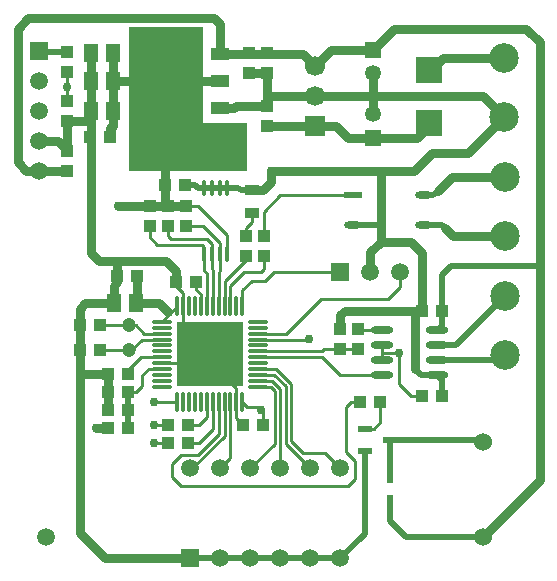
<source format=gtl>
%FSDAX24Y24*%
%MOIN*%
%SFA1B1*%

%IPPOS*%
%ADD10R,0.059100X0.023600*%
%ADD11O,0.059100X0.023600*%
%ADD12O,0.074800X0.023600*%
%ADD13R,0.043300X0.039400*%
%ADD14R,0.090600X0.090600*%
%ADD15R,0.039400X0.043300*%
%ADD16O,0.013800X0.055100*%
%ADD17O,0.011800X0.070900*%
%ADD18O,0.070900X0.011800*%
%ADD19R,0.051200X0.023600*%
%ADD20R,0.021700X0.057100*%
%ADD21R,0.051200X0.059100*%
%ADD22C,0.059100*%
%ADD23R,0.061000X0.135800*%
%ADD24R,0.061000X0.043300*%
%ADD25R,0.061000X0.043300*%
%ADD26R,0.045300X0.035400*%
%ADD27C,0.030000*%
%ADD28C,0.020000*%
%ADD29C,0.010000*%
%ADD30R,0.215000X0.160000*%
%ADD31R,0.245000X0.480000*%
%ADD32R,0.220000X0.215000*%
%ADD33R,0.053100X0.053100*%
%ADD34C,0.053100*%
%ADD35C,0.060000*%
%ADD36C,0.047200*%
%ADD37R,0.059100X0.059100*%
%ADD38C,0.059100*%
%ADD39R,0.059100X0.059100*%
%ADD40C,0.066900*%
%ADD41R,0.066900X0.066900*%
%ADD42C,0.098400*%
%ADD43R,0.059100X0.059100*%
%ADD44C,0.030000*%
%LNde-080324-1*%
%LPD*%
G54D10*
X021538Y022650D03*
G54D11*
X021538Y021650D03*
X023900Y022650D03*
Y021650D03*
G54D12*
X022475Y018150D03*
Y017650D03*
Y017150D03*
Y016650D03*
X024325Y018150D03*
Y017650D03*
Y017150D03*
Y016650D03*
G54D13*
X023815Y018800D03*
X024485D03*
X015265Y023000D03*
X015935D03*
X016300Y019750D03*
X015631D03*
X021765Y015750D03*
X022435D03*
X023815Y015950D03*
X024485D03*
X013665Y019950D03*
X014335D03*
X013085Y018313D03*
X012415D03*
X013085Y017487D03*
X012415D03*
X017865Y015000D03*
X018535D03*
X013365Y016700D03*
X014035D03*
X013365Y016100D03*
X014035D03*
X013365Y015500D03*
X014035D03*
X013365Y014900D03*
X014035D03*
X012765Y024600D03*
X013435D03*
X016035Y015000D03*
X015365D03*
X016035Y014400D03*
X015365D03*
G54D14*
X024050Y026836D03*
Y025064D03*
G54D15*
X018650Y025635D03*
Y024965D03*
X017950Y020615D03*
Y021285D03*
X018550Y020615D03*
Y021285D03*
X015950Y021615D03*
Y022285D03*
X015350Y021615D03*
Y022285D03*
X014750Y021615D03*
Y022285D03*
X021700Y018185D03*
Y017515D03*
X021100Y018185D03*
Y017515D03*
X012000Y025115D03*
Y025785D03*
Y024135D03*
Y023465D03*
X018650Y026715D03*
Y027385D03*
X018050Y026715D03*
Y027385D03*
X012000Y026765D03*
Y027435D03*
G54D16*
X017334Y022902D03*
X017078D03*
X016822D03*
X016566D03*
X017334Y020698D03*
X017078D03*
X016822D03*
X016566D03*
G54D17*
X015667Y018944D03*
X015864D03*
X016061D03*
X016258D03*
X016455D03*
X016652D03*
X016848D03*
X017045D03*
X017242D03*
X017439D03*
X017636D03*
X017833D03*
Y015756D03*
X017636D03*
X017439D03*
X017242D03*
X017045D03*
X016848D03*
X016652D03*
X016455D03*
X016258D03*
X016061D03*
X015864D03*
X015667D03*
G54D18*
X018344Y018433D03*
Y018236D03*
Y018039D03*
Y017842D03*
Y017645D03*
Y017448D03*
Y017252D03*
Y017055D03*
Y016858D03*
Y016661D03*
Y016464D03*
Y016267D03*
X015156D03*
Y016464D03*
Y016661D03*
Y016858D03*
Y017055D03*
Y017252D03*
Y017448D03*
Y017645D03*
Y017842D03*
Y018039D03*
Y018236D03*
Y018433D03*
G54D19*
X022750Y014500D03*
X021923Y014126D03*
Y014874D03*
G54D20*
X022750Y013313D03*
Y012387D03*
G54D21*
X014300Y019050D03*
X013552D03*
X013524Y025450D03*
X012776D03*
X013524Y026450D03*
X012776D03*
X013524Y027400D03*
X012776D03*
G54D22*
X011300Y011250D03*
X021100Y010550D03*
X016100Y013550D03*
X017100D03*
X018100D03*
X019100D03*
X020100D03*
X021100D03*
X011050Y023450D03*
Y024450D03*
Y025450D03*
Y026450D03*
X022100Y020100D03*
X023100D03*
G54D23*
X014421Y026450D03*
G54D24*
X017079Y027356D03*
Y026450D03*
G54D25*
X017079Y025545D03*
G54D26*
X018150Y022822D03*
Y022050D03*
G54D27*
X024050Y026736D02*
X024533Y027218D01*
X012776Y020724D02*
Y025150D01*
X014335Y019085D02*
Y019950D01*
X013552Y019050D02*
Y019637D01*
X012600Y019050D02*
X013552D01*
X015050D02*
X015350Y018750D01*
X017079Y027356D02*
X019844D01*
X010635Y023465D02*
X012000D01*
X013365Y015500D02*
Y016100D01*
Y016700*
X014421Y026450D02*
X017079D01*
X013524D02*
X014421D01*
X017079Y025545D02*
X017544D01*
X017079Y027356D02*
Y028371D01*
X018800Y023100D02*
Y023450D01*
X018522Y022822D02*
X018800Y023100D01*
X018150Y022822D02*
X018522D01*
X012415Y016700D02*
Y017487D01*
Y011385D02*
Y016700D01*
X013250Y010550D02*
X016100D01*
X012415Y011385D02*
X013250Y010550D01*
X018800Y023450D02*
X022450D01*
X014735Y022300D02*
X014750Y022285D01*
X013700Y022300D02*
X014735D01*
X012950Y014900D02*
X013365D01*
X014335Y019085D02*
X014342Y019069D01*
X012776Y020724D02*
X013050Y020450D01*
X013665Y019950D02*
Y020350D01*
X015300Y020450D02*
X015631Y020119D01*
X013050Y020450D02*
X014750D01*
X015300*
X013665Y019750D02*
Y019950D01*
X015631Y019750D02*
Y020119D01*
X013552Y019637D02*
X013665Y019750D01*
X012415Y018865D02*
X012600Y019050D01*
X012415Y018313D02*
Y018865D01*
Y017487D02*
Y018313D01*
Y016700D02*
X013365D01*
X027750Y020300D02*
Y027750D01*
Y013175D02*
Y020300D01*
X023550Y018800D02*
X023815D01*
X021250D02*
X023550D01*
X023815D02*
Y020735D01*
X023580Y016870D02*
Y018770D01*
X023550Y018800D02*
X023580Y018770D01*
X021100Y018185D02*
Y018650D01*
X021250Y018800*
X023450Y021100D02*
X023815Y020735D01*
X022450Y021100D02*
X023450D01*
X022450Y021650D02*
Y023450D01*
Y021100D02*
Y021650D01*
Y023450D02*
X023550D01*
X022100Y020100D02*
Y020750D01*
X022450Y021100*
X023550Y023450D02*
X024150Y024050D01*
X025350*
X026550Y025250*
X022200Y025950D02*
Y026713D01*
Y025950D02*
X025850D01*
X022200D02*
D01*
X025850D02*
X026550Y025250D01*
X018650Y026000D02*
Y026715D01*
Y025635D02*
Y026000D01*
X018700Y025950*
X020250*
X022200Y025344D02*
Y025950D01*
D01*
X020250D02*
X022200D01*
X017635Y025635D02*
X018650D01*
X017544Y025545D02*
X017635Y025635D01*
X018050Y026715D02*
X018650D01*
X015265Y023000D02*
Y023950D01*
Y022300D02*
Y023000D01*
X012000Y024135D02*
Y025115D01*
X011685Y024450D02*
X012000Y024135D01*
X011050Y024450D02*
X011685D01*
X012776Y025150D02*
Y025450D01*
X012741Y025115D02*
X012776Y025150D01*
X012000Y025115D02*
X012741D01*
X012776Y026450D02*
Y027400D01*
Y025450D02*
Y026450D01*
X010350Y028200D02*
X010700Y028550D01*
X010350Y023750D02*
Y028200D01*
Y023750D02*
X010635Y023465D01*
X016900Y028550D02*
X017079Y028371D01*
X010700Y028550D02*
X016900D01*
X022200Y027500D02*
X022900Y028200D01*
X027300*
X027750Y027750*
X025850Y011275D02*
X027750Y013175D01*
X024600Y021550D02*
X024850Y021300D01*
X026600*
X024350Y022800D02*
X024818Y023268D01*
X026600*
X024533Y027218D02*
X026550D01*
X018650Y024965D02*
X018665Y024950D01*
X020250*
X020950*
X021344Y024556*
X022200*
X023642*
X024050Y024964*
X020800Y027500D02*
X022200D01*
X020250Y026950D02*
X020800Y027500D01*
X019844Y027356D02*
X020250Y026950D01*
X013524Y024974D02*
Y025450D01*
X013435Y024885D02*
X013524Y024974D01*
X013435Y024600D02*
Y024885D01*
X013524Y026450D02*
Y027400D01*
Y025450D02*
Y026450D01*
X014342Y019069D02*
X014360Y019050D01*
X015050*
X014750Y022285D02*
X015250D01*
X015350D02*
X015950D01*
G54D28*
X016350Y022900D02*
X017700D01*
X022750Y014500D02*
X025775D01*
X014035Y015500D02*
Y016100D01*
X024966Y017650D02*
X026600Y019284D01*
X024325Y017650D02*
X024966D01*
X026434Y017150D02*
X026600Y017316D01*
X024325Y017150D02*
X026434D01*
X024800Y020300D02*
X027750D01*
X024485Y019985D02*
X024800Y020300D01*
X024485Y018800D02*
Y019985D01*
X021923Y011373D02*
Y014126D01*
X021100Y010550D02*
X021923Y011373D01*
X020100Y010550D02*
X021100D01*
X019100D02*
X020100D01*
X018100D02*
X019100D01*
X017100D02*
X018100D01*
X016100D02*
X017100D01*
X014035Y014900D02*
Y015500D01*
Y014900D02*
D01*
X024325Y018150D02*
X024485Y018309D01*
Y018800*
Y015950D02*
Y016491D01*
X024325Y016650D02*
X024485Y016491D01*
X023800Y016650D02*
X024325D01*
X023580Y016870D02*
X023800Y016650D01*
X021538Y021650D02*
X022450D01*
X017778Y022822D02*
X018150D01*
X017700Y022900D02*
X017778Y022822D01*
X016250Y023000D02*
X016350Y022900D01*
X015935Y023000D02*
X016250D01*
X023900Y021650D02*
X024500D01*
X024600Y021550*
X023900Y022650D02*
X024200D01*
X024350Y022800*
X023275Y011275D02*
X025850D01*
X022750Y011800D02*
X023275Y011275D01*
X022750Y011800D02*
Y012387D01*
Y013313D02*
Y014500D01*
X011065Y027435D02*
X012000D01*
G54D29*
X014917Y018433D02*
X015156D01*
X015667Y018944*
X017833D02*
Y019483D01*
X017242Y018944D02*
Y019792D01*
X016455Y018944D02*
Y019345D01*
X014906Y015756D02*
X015667D01*
X013085Y017450D02*
X013121Y017487D01*
X014492Y017842D02*
X015156D01*
X016652Y018944D02*
Y020048D01*
X015864Y018944D02*
Y019386D01*
X017636Y015756D02*
Y016214D01*
X015864Y017314D02*
Y018944D01*
X017636Y015230D02*
Y015756D01*
X014561Y018039D02*
X015156D01*
X014708Y016858D02*
X015156D01*
X016848Y018944D02*
Y020152D01*
X017045Y018944D02*
Y020095D01*
X014452Y017252D02*
X015156D01*
X017439Y018944D02*
Y019639D01*
X021923Y014874D02*
X022224D01*
X017833Y015756D02*
X017988Y015600D01*
X017045Y014700D02*
Y015756D01*
X018344Y016267D02*
X018783D01*
X018344Y017842D02*
X020042D01*
X016652Y015252D02*
Y015756D01*
X017439Y013889D02*
Y015756D01*
X018344Y016858D02*
X018956D01*
X015156Y017055D02*
X016045D01*
X017242Y014642D02*
Y015756D01*
X016848Y014848D02*
Y015756D01*
X018344Y016661D02*
X018898D01*
X018344Y016464D02*
X018840D01*
X018344Y017448D02*
X020483D01*
X018344Y018039D02*
X019289D01*
X018344Y017252D02*
X020498D01*
X023050Y016350D02*
X023450Y015950D01*
X023050Y016350D02*
Y017400D01*
X022475D02*
Y017650D01*
Y017150D02*
Y017400D01*
X023050*
X016800Y017050D02*
X017636Y016214D01*
X016050Y017050D02*
X016800D01*
X016045Y017055D02*
X016050Y017050D01*
X018450Y015500D02*
X018535Y015415D01*
X018350Y015600D02*
X018450Y015500D01*
X014900Y014400D02*
X015365D01*
X014900Y015000D02*
X015365D01*
X014900Y015750D02*
X014906Y015756D01*
X012000Y026250D02*
Y026765D01*
Y025785D02*
Y026250D01*
X020550Y017515D02*
X021100D01*
X020483Y017448D02*
X020550Y017515D01*
X021100D02*
X021700D01*
X020450Y019200D02*
X022700D01*
X019289Y018039D02*
X020450Y019200D01*
X018900Y020100D02*
X021100D01*
X018600Y019800D02*
X018900Y020100D01*
X018150Y019800D02*
X018600D01*
X017833Y019483D02*
X018150Y019800D01*
X022700Y019200D02*
X023100Y019600D01*
Y020100*
X025775Y014500D02*
X025850Y014425D01*
X015631Y019619D02*
Y019750D01*
Y019619D02*
X015864Y019386D01*
X011050Y027450D02*
X011065Y027435D01*
X022435Y015085D02*
Y015750D01*
X022224Y014874D02*
X022435Y015085D01*
X019100Y022650D02*
X021538D01*
X018550Y022100D02*
X019100Y022650D01*
X018550Y021285D02*
Y022100D01*
X018150Y021750D02*
Y022050D01*
X017950Y021550D02*
X018150Y021750D01*
X017950Y021285D02*
Y021550D01*
X015250Y022285D02*
X015350D01*
X015250D02*
X015265Y022300D01*
X015950Y022285D02*
X016365D01*
X017334Y021316*
Y020698D02*
Y021316D01*
X016300Y019500D02*
Y019750D01*
Y019500D02*
X016455Y019345D01*
X014035Y016700D02*
Y016835D01*
X014452Y017252*
X014035Y016100D02*
X014300D01*
X014500Y016300*
Y016650*
X014708Y016858*
X018783Y016267D02*
X018920Y016130D01*
Y014370D02*
Y016130D01*
X018100Y013550D02*
X018920Y014370D01*
X018956Y016858D02*
X019460Y016354D01*
Y014445D02*
Y016354D01*
X018898Y016661D02*
X019280Y016279D01*
Y014370D02*
Y016279D01*
X019100Y013550D02*
Y016205D01*
X018840Y016464D02*
X019100Y016205D01*
X019460Y014445D02*
X019855Y014050D01*
X020600*
X019280Y014370D02*
X020100Y013550D01*
X020600Y014050D02*
X021100Y013550D01*
X023450Y015950D02*
X023815D01*
X021700Y018185D02*
X021735Y018150D01*
X022475*
X021100Y016650D02*
X022475D01*
X020498Y017252D02*
X021100Y016650D01*
X015000Y021000D02*
X016500D01*
X014750Y021250D02*
X015000Y021000D01*
X014750Y021250D02*
Y021615D01*
X016566Y020698D02*
Y020934D01*
X016500Y021000D02*
X016566Y020934D01*
X016650Y021200D02*
X016822Y021028D01*
X015450Y021200D02*
X016650D01*
X015350Y021300D02*
X015450Y021200D01*
X016535Y021615D02*
X017078Y021072D01*
X015950Y021615D02*
X016535D01*
X018550Y020200D02*
Y020615D01*
X018450Y020100D02*
X018550Y020200D01*
X017900Y020100D02*
X018450D01*
X017439Y019639D02*
X017900Y020100D01*
X017950Y020500D02*
Y020615D01*
X017242Y019792D02*
X017950Y020500D01*
X017045Y020095D02*
X017078Y020128D01*
Y020698*
X016848Y018944D02*
X016856D01*
X016822Y020178D02*
X016848Y020152D01*
X016822Y020178D02*
Y020698D01*
X016566Y020134D02*
Y020698D01*
Y020134D02*
X016652Y020048D01*
X015350Y021300D02*
Y021615D01*
X016822Y020698D02*
Y021028D01*
X017078Y020698D02*
Y021072D01*
X014050Y018313D02*
X014287D01*
X014561Y018039*
X013085Y018313D02*
X014050D01*
X013121Y017487D02*
X014050D01*
X014137*
X014492Y017842*
X015800Y014000D02*
X016345D01*
X015500Y013700D02*
X015800Y014000D01*
X015500Y013250D02*
Y013700D01*
X015800Y012950D02*
X021350D01*
X015500Y013250D02*
X015800Y012950D01*
X021350D02*
X021600Y013200D01*
Y013800*
X021300Y014100D02*
X021600Y013800D01*
X021450Y015750D02*
X021765D01*
X021300Y015600D02*
X021450Y015750D01*
X021300Y014100D02*
Y015600D01*
X016345Y014000D02*
X017045Y014700D01*
X016400Y014400D02*
X016848Y014848D01*
X016035Y014400D02*
X016400D01*
Y015000D02*
X016652Y015252D01*
X016035Y015000D02*
X016400D01*
X017100Y013550D02*
X017439Y013889D01*
X016100Y013550D02*
X016150D01*
X017242Y014642*
X018535Y015000D02*
Y015415D01*
X017988Y015600D02*
X018350D01*
X017636Y015230D02*
X017865Y015000D01*
G54D30*
X016925Y024250D03*
G54D31*
X015275Y025850D03*
G54D32*
X016750Y017375D03*
G54D33*
X022200Y024556D03*
Y027500D03*
G54D34*
X022200Y025344D03*
Y026713D03*
G54D35*
X025850Y011275D03*
Y014425D03*
G54D36*
X014050Y017487D03*
Y018313D03*
G54D37*
X016100Y010550D03*
G54D38*
X017100Y010550D03*
X018100D03*
X019100D03*
X020100D03*
G54D39*
X011050Y027450D03*
G54D40*
X020250Y026950D03*
Y025950D03*
G54D41*
X020250Y024950D03*
G54D42*
X026550Y027218D03*
Y025250D03*
X026600Y021300D03*
Y023268D03*
Y017316D03*
Y019284D03*
G54D43*
X021100Y020100D03*
G54D44*
X018800Y023450D03*
X012800D03*
X023050Y017400D03*
X020050Y017850D03*
X013700Y022300D03*
X012950Y014900D03*
X014350Y019550D03*
X014750Y020450D03*
X018450Y015500D03*
X014900Y015000D03*
Y014400D03*
Y015750D03*
X012000Y026250D03*
M02*
</source>
